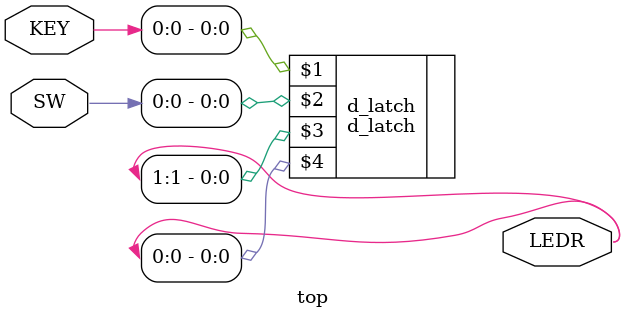
<source format=v>
module top (SW, KEY, LEDR);

    input wire [9:0] SW;        // DE-series switches
    input wire [3:0] KEY;       // DE-series pushbuttons

    output wire [9:0] LEDR;     // DE-series LEDs   

    d_latch d_latch (KEY[0], SW[0], LEDR[1], LEDR[0]);

endmodule


</source>
